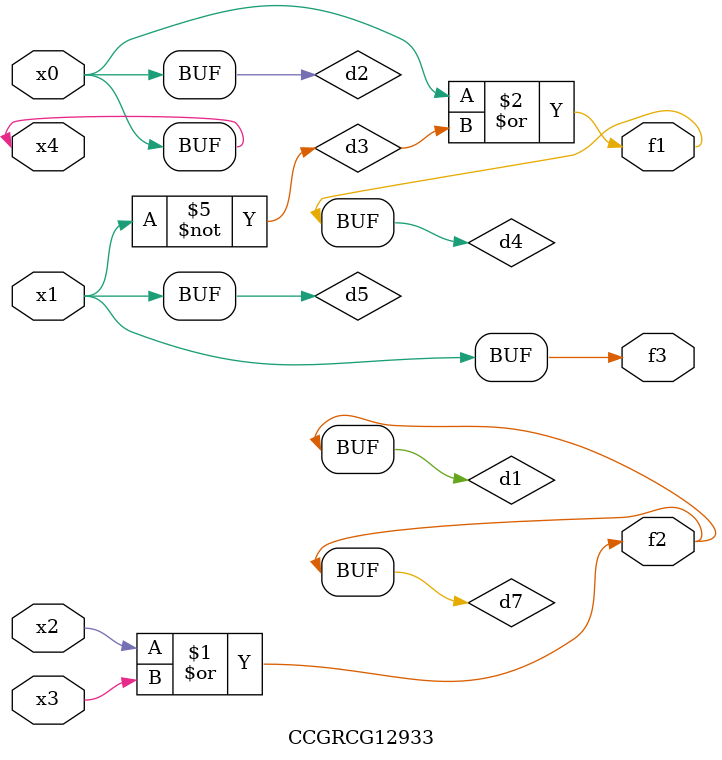
<source format=v>
module CCGRCG12933(
	input x0, x1, x2, x3, x4,
	output f1, f2, f3
);

	wire d1, d2, d3, d4, d5, d6, d7;

	or (d1, x2, x3);
	buf (d2, x0, x4);
	not (d3, x1);
	or (d4, d2, d3);
	not (d5, d3);
	nand (d6, d1, d3);
	or (d7, d1);
	assign f1 = d4;
	assign f2 = d7;
	assign f3 = d5;
endmodule

</source>
